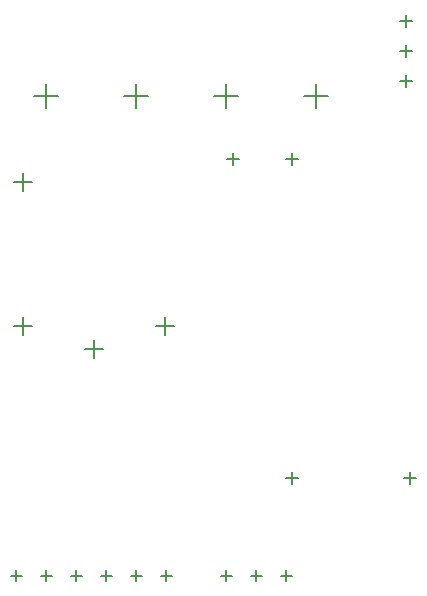
<source format=gbr>
%TF.GenerationSoftware,Altium Limited,Altium Designer,20.2.5 (213)*%
G04 Layer_Color=128*
%FSLAX26Y26*%
%MOIN*%
%TF.SameCoordinates,777CE05A-463F-4341-A6E9-F235672CD6F8*%
%TF.FilePolarity,Positive*%
%TF.FileFunction,Drillmap*%
%TF.Part,Single*%
G01*
G75*
%TA.AperFunction,NonConductor*%
%ADD70C,0.005000*%
D70*
X882000Y200000D02*
X918000D01*
X900000Y182000D02*
Y218000D01*
X982000Y200000D02*
X1018000D01*
X1000000Y182000D02*
Y218000D01*
X1082000Y200000D02*
X1118000D01*
X1100000Y182000D02*
Y218000D01*
X860000Y1800000D02*
X940000D01*
X900000Y1760000D02*
Y1840000D01*
X1160000Y1800000D02*
X1240000D01*
X1200000Y1760000D02*
Y1840000D01*
X560000Y1800000D02*
X640000D01*
X600000Y1760000D02*
Y1840000D01*
X260000Y1800000D02*
X340000D01*
X300000Y1760000D02*
Y1840000D01*
X193780Y1513465D02*
X253780D01*
X223780Y1483465D02*
Y1543465D01*
X430000Y954409D02*
X490000D01*
X460000Y924409D02*
Y984409D01*
X193780Y1033150D02*
X253780D01*
X223780Y1003150D02*
Y1063150D01*
X666221Y1033150D02*
X726221D01*
X696221Y1003150D02*
Y1063150D01*
X1479997Y1850003D02*
X1519997D01*
X1499997Y1830003D02*
Y1870003D01*
X1480000Y1950000D02*
X1520000D01*
X1500000Y1930000D02*
Y1970000D01*
X1479997Y2050003D02*
X1519997D01*
X1499997Y2030003D02*
Y2070003D01*
X682000Y200000D02*
X718000D01*
X700000Y182000D02*
Y218000D01*
X582000Y200000D02*
X618000D01*
X600000Y182000D02*
Y218000D01*
X482000Y200000D02*
X518000D01*
X500000Y182000D02*
Y218000D01*
X382000Y200000D02*
X418000D01*
X400000Y182000D02*
Y218000D01*
X282000Y200000D02*
X318000D01*
X300000Y182000D02*
Y218000D01*
X182000Y200000D02*
X218000D01*
X200000Y182000D02*
Y218000D01*
X1100000Y527008D02*
X1140000D01*
X1120000Y507008D02*
Y547008D01*
X1493701Y527008D02*
X1533701D01*
X1513701Y507008D02*
Y547008D01*
X1100000Y1590000D02*
X1140000D01*
X1120000Y1570000D02*
Y1610000D01*
X903149Y1590000D02*
X943149D01*
X923149Y1570000D02*
Y1610000D01*
%TF.MD5,50f87504babc3c88b1c12d23d2cda651*%
M02*

</source>
